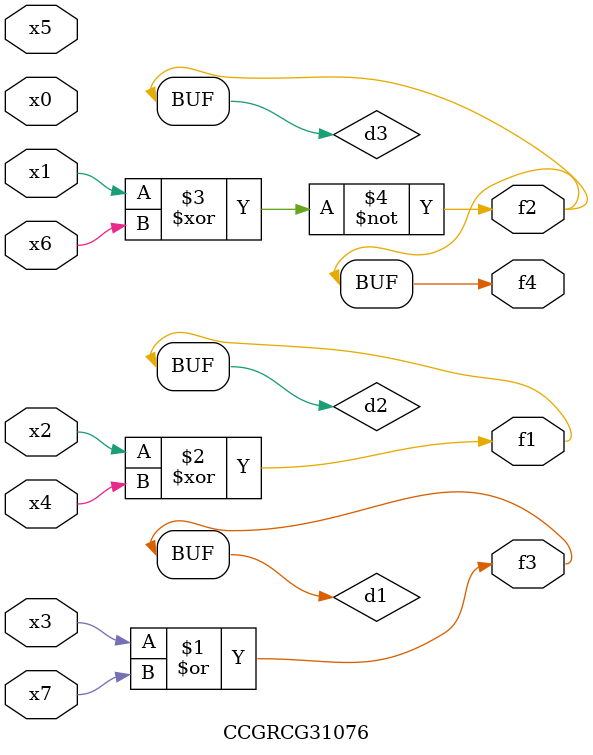
<source format=v>
module CCGRCG31076(
	input x0, x1, x2, x3, x4, x5, x6, x7,
	output f1, f2, f3, f4
);

	wire d1, d2, d3;

	or (d1, x3, x7);
	xor (d2, x2, x4);
	xnor (d3, x1, x6);
	assign f1 = d2;
	assign f2 = d3;
	assign f3 = d1;
	assign f4 = d3;
endmodule

</source>
